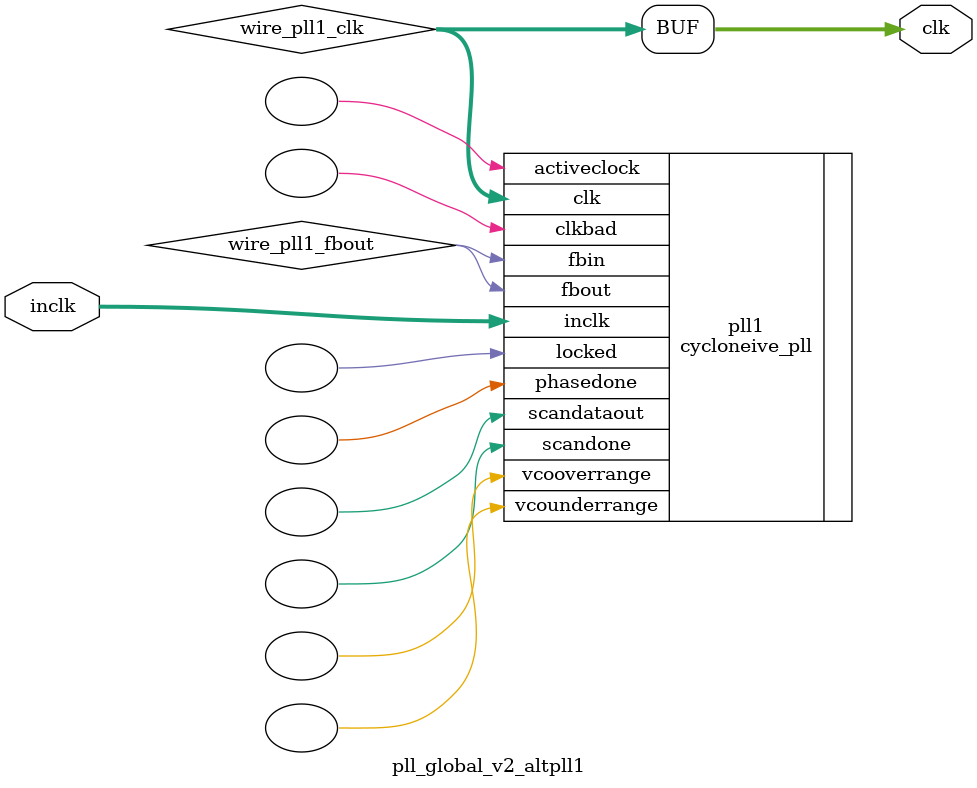
<source format=v>






//synthesis_resources = cycloneive_pll 1 
//synopsys translate_off
`timescale 1 ps / 1 ps
//synopsys translate_on
module  pll_global_v2_altpll1
	( 
	clk,
	inclk) /* synthesis synthesis_clearbox=1 */;
	output   [4:0]  clk;
	input   [1:0]  inclk;
`ifndef ALTERA_RESERVED_QIS
// synopsys translate_off
`endif
	tri0   [1:0]  inclk;
`ifndef ALTERA_RESERVED_QIS
// synopsys translate_on
`endif

	wire  [4:0]   wire_pll1_clk;
	wire  wire_pll1_fbout;

	cycloneive_pll   pll1
	( 
	.activeclock(),
	.clk(wire_pll1_clk),
	.clkbad(),
	.fbin(wire_pll1_fbout),
	.fbout(wire_pll1_fbout),
	.inclk(inclk),
	.locked(),
	.phasedone(),
	.scandataout(),
	.scandone(),
	.vcooverrange(),
	.vcounderrange()
	`ifndef FORMAL_VERIFICATION
	// synopsys translate_off
	`endif
	,
	.areset(1'b0),
	.clkswitch(1'b0),
	.configupdate(1'b0),
	.pfdena(1'b1),
	.phasecounterselect({3{1'b0}}),
	.phasestep(1'b0),
	.phaseupdown(1'b0),
	.scanclk(1'b0),
	.scanclkena(1'b1),
	.scandata(1'b0)
	`ifndef FORMAL_VERIFICATION
	// synopsys translate_on
	`endif
	);
	defparam
		pll1.bandwidth_type = "auto",
		pll1.clk0_divide_by = 2,
		pll1.clk0_duty_cycle = 50,
		pll1.clk0_multiply_by = 3,
		pll1.clk0_phase_shift = "0",
		pll1.clk1_divide_by = 2,
		pll1.clk1_duty_cycle = 50,
		pll1.clk1_multiply_by = 1,
		pll1.clk1_phase_shift = "0",
		pll1.clk2_divide_by = 3125,
		pll1.clk2_duty_cycle = 50,
		pll1.clk2_multiply_by = 768,
		pll1.clk2_phase_shift = "0",
		pll1.compensate_clock = "clk0",
		pll1.inclk0_input_frequency = 20000,
		pll1.operation_mode = "normal",
		pll1.pll_type = "auto",
		pll1.lpm_type = "cycloneive_pll";
	assign
		clk = {wire_pll1_clk[4:0]};
endmodule //pll_global_v2_altpll1
//VALID FILE

</source>
